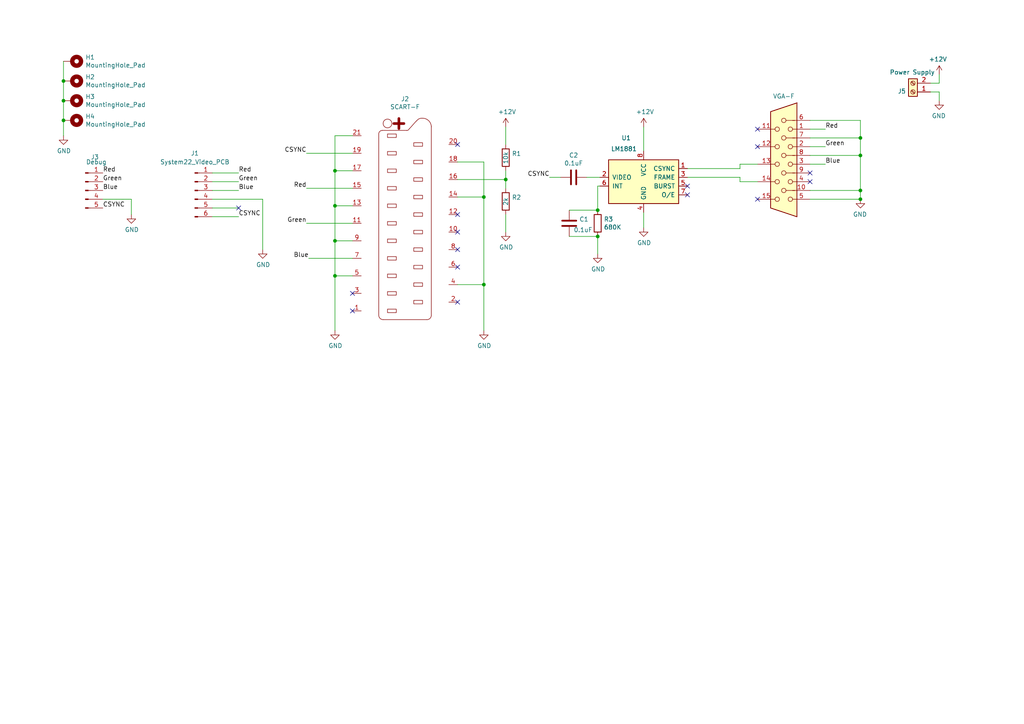
<source format=kicad_sch>
(kicad_sch (version 20230121) (generator eeschema)
  (paper "A4")
  (lib_symbols
    (symbol "Connector:Conn_01x05_Male" (pin_names (offset 1.016) hide)
      (property "Reference" "J" (at 0 7.62 0))
      (property "Value" "Conn_01x05_Male" (at 0 -7.62 0))
      (symbol "Conn_01x05_Male_1_1"
        (polyline (pts (xy 1.27 -5.08) (xy 0.8636 -5.08)) (stroke (width 0.1524)))
        (polyline (pts (xy 1.27 -2.54) (xy 0.8636 -2.54)) (stroke (width 0.1524)))
        (polyline (pts (xy 1.27 0) (xy 0.8636 0)) (stroke (width 0.1524)))
        (polyline (pts (xy 1.27 2.54) (xy 0.8636 2.54)) (stroke (width 0.1524)))
        (polyline (pts (xy 1.27 5.08) (xy 0.8636 5.08)) (stroke (width 0.1524)))
        (rectangle (start 0.8636 -4.953) (end 0 -5.207) (stroke (width 0.1524)) (fill (type outline)))
        (rectangle (start 0.8636 -2.413) (end 0 -2.667) (stroke (width 0.1524)) (fill (type outline)))
        (rectangle (start 0.8636 0.127) (end 0 -0.127) (stroke (width 0.1524)) (fill (type outline)))
        (rectangle (start 0.8636 2.667) (end 0 2.413) (stroke (width 0.1524)) (fill (type outline)))
        (rectangle (start 0.8636 5.207) (end 0 4.953) (stroke (width 0.1524)) (fill (type outline)))
        (pin passive line (at 5.08 5.08 180) (length 3.81) (name "Pin_1") (number "1"))
        (pin passive line (at 5.08 2.54 180) (length 3.81) (name "Pin_2") (number "2"))
        (pin passive line (at 5.08 0 180) (length 3.81) (name "Pin_3") (number "3"))
        (pin passive line (at 5.08 -2.54 180) (length 3.81) (name "Pin_4") (number "4"))
        (pin passive line (at 5.08 -5.08 180) (length 3.81) (name "Pin_5") (number "5"))
      )
    )
    (symbol "Connector:Conn_01x06_Male" (pin_names (offset 1.016) hide)
      (property "Reference" "J" (at 0 7.62 0))
      (property "Value" "Conn_01x06_Male" (at 0 -10.16 0))
      (symbol "Conn_01x06_Male_1_1"
        (polyline (pts (xy 1.27 -7.62) (xy 0.8636 -7.62)) (stroke (width 0.1524)))
        (polyline (pts (xy 1.27 -5.08) (xy 0.8636 -5.08)) (stroke (width 0.1524)))
        (polyline (pts (xy 1.27 -2.54) (xy 0.8636 -2.54)) (stroke (width 0.1524)))
        (polyline (pts (xy 1.27 0) (xy 0.8636 0)) (stroke (width 0.1524)))
        (polyline (pts (xy 1.27 2.54) (xy 0.8636 2.54)) (stroke (width 0.1524)))
        (polyline (pts (xy 1.27 5.08) (xy 0.8636 5.08)) (stroke (width 0.1524)))
        (rectangle (start 0.8636 -7.493) (end 0 -7.747) (stroke (width 0.1524)) (fill (type outline)))
        (rectangle (start 0.8636 -4.953) (end 0 -5.207) (stroke (width 0.1524)) (fill (type outline)))
        (rectangle (start 0.8636 -2.413) (end 0 -2.667) (stroke (width 0.1524)) (fill (type outline)))
        (rectangle (start 0.8636 0.127) (end 0 -0.127) (stroke (width 0.1524)) (fill (type outline)))
        (rectangle (start 0.8636 2.667) (end 0 2.413) (stroke (width 0.1524)) (fill (type outline)))
        (rectangle (start 0.8636 5.207) (end 0 4.953) (stroke (width 0.1524)) (fill (type outline)))
        (pin passive line (at 5.08 5.08 180) (length 3.81) (name "Pin_1") (number "1"))
        (pin passive line (at 5.08 2.54 180) (length 3.81) (name "Pin_2") (number "2"))
        (pin passive line (at 5.08 0 180) (length 3.81) (name "Pin_3") (number "3"))
        (pin passive line (at 5.08 -2.54 180) (length 3.81) (name "Pin_4") (number "4"))
        (pin passive line (at 5.08 -5.08 180) (length 3.81) (name "Pin_5") (number "5"))
        (pin passive line (at 5.08 -7.62 180) (length 3.81) (name "Pin_6") (number "6"))
      )
    )
    (symbol "Connector:DB15_Female_HighDensity" (pin_names (offset 1.016) hide)
      (property "Reference" "J" (at 0 21.59 0))
      (property "Value" "DB15_Female_HighDensity" (at 0 19.05 0))
      (symbol "DB15_Female_HighDensity_0_1"
        (circle (center -1.905 -10.16) (radius 0.635))
        (circle (center -1.905 -5.08) (radius 0.635))
        (circle (center -1.905 0) (radius 0.635))
        (circle (center -1.905 5.08) (radius 0.635))
        (circle (center -1.905 10.16) (radius 0.635))
        (circle (center 0 -7.62) (radius 0.635))
        (circle (center 0 -2.54) (radius 0.635))
        (polyline (pts (xy -3.175 7.62) (xy -0.635 7.62)))
        (polyline (pts (xy -0.635 -7.62) (xy -3.175 -7.62)))
        (polyline (pts (xy -0.635 -2.54) (xy -3.175 -2.54)))
        (polyline (pts (xy -0.635 2.54) (xy -3.175 2.54)))
        (polyline (pts (xy -0.635 12.7) (xy -3.175 12.7)))
        (polyline (pts (xy -3.81 17.78) (xy -3.81 -15.24) (xy 3.81 -12.7) (xy 3.81 15.24) (xy -3.81 17.78)) (stroke (width 0.254)) (fill (type background)))
        (circle (center 0 2.54) (radius 0.635))
        (circle (center 0 7.62) (radius 0.635))
        (circle (center 0 12.7) (radius 0.635))
        (circle (center 1.905 -10.16) (radius 0.635))
        (circle (center 1.905 -5.08) (radius 0.635))
        (circle (center 1.905 0) (radius 0.635))
        (circle (center 1.905 5.08) (radius 0.635))
        (circle (center 1.905 10.16) (radius 0.635))
      )
      (symbol "DB15_Female_HighDensity_1_1"
        (pin passive line (at -7.62 10.16 0) (length 5.08) (name "~") (number "1"))
        (pin passive line (at -7.62 -7.62 0) (length 5.08) (name "~") (number "10"))
        (pin passive line (at 7.62 10.16 180) (length 5.08) (name "~") (number "11"))
        (pin passive line (at 7.62 5.08 180) (length 5.08) (name "~") (number "12"))
        (pin passive line (at 7.62 0 180) (length 5.08) (name "~") (number "13"))
        (pin passive line (at 7.62 -5.08 180) (length 5.08) (name "~") (number "14"))
        (pin passive line (at 7.62 -10.16 180) (length 5.08) (name "~") (number "15"))
        (pin passive line (at -7.62 5.08 0) (length 5.08) (name "~") (number "2"))
        (pin passive line (at -7.62 0 0) (length 5.08) (name "~") (number "3"))
        (pin passive line (at -7.62 -5.08 0) (length 5.08) (name "~") (number "4"))
        (pin passive line (at -7.62 -10.16 0) (length 5.08) (name "~") (number "5"))
        (pin passive line (at -7.62 12.7 0) (length 5.08) (name "~") (number "6"))
        (pin passive line (at -7.62 7.62 0) (length 5.08) (name "~") (number "7"))
        (pin passive line (at -7.62 2.54 0) (length 5.08) (name "~") (number "8"))
        (pin passive line (at -7.62 -2.54 0) (length 5.08) (name "~") (number "9"))
      )
    )
    (symbol "Connector:Screw_Terminal_01x02" (pin_names (offset 1.016) hide)
      (property "Reference" "J" (at 0 2.54 0))
      (property "Value" "Screw_Terminal_01x02" (at 0 -5.08 0))
      (symbol "Screw_Terminal_01x02_1_1"
        (rectangle (start -1.27 1.27) (end 1.27 -3.81) (stroke (width 0.254)) (fill (type background)))
        (circle (center 0 -2.54) (radius 0.635) (stroke (width 0.1524)))
        (polyline (pts (xy -0.5334 -2.2098) (xy 0.3302 -3.048)) (stroke (width 0.1524)))
        (polyline (pts (xy -0.5334 0.3302) (xy 0.3302 -0.508)) (stroke (width 0.1524)))
        (polyline (pts (xy -0.3556 -2.032) (xy 0.508 -2.8702)) (stroke (width 0.1524)))
        (polyline (pts (xy -0.3556 0.508) (xy 0.508 -0.3302)) (stroke (width 0.1524)))
        (circle (center 0 0) (radius 0.635) (stroke (width 0.1524)))
        (pin passive line (at -5.08 0 0) (length 3.81) (name "Pin_1") (number "1"))
        (pin passive line (at -5.08 -2.54 0) (length 3.81) (name "Pin_2") (number "2"))
      )
    )
    (symbol "Device:C" (pin_numbers hide) (pin_names (offset 0.254))
      (property "Reference" "C" (at 0.635 2.54 0))
      (property "Value" "C" (at 0.635 -2.54 0))
      (symbol "C_0_1"
        (polyline (pts (xy -2.032 -0.762) (xy 2.032 -0.762)) (stroke (width 0.508)))
        (polyline (pts (xy -2.032 0.762) (xy 2.032 0.762)) (stroke (width 0.508)))
      )
      (symbol "C_1_1"
        (pin passive line (at 0 3.81 270) (length 2.794) (name "~") (number "1"))
        (pin passive line (at 0 -3.81 90) (length 2.794) (name "~") (number "2"))
      )
    )
    (symbol "Device:R" (pin_numbers hide) (pin_names (offset 0))
      (property "Reference" "R" (at 2.032 0 90))
      (property "Value" "R" (at 0 0 90))
      (symbol "R_0_1"
        (rectangle (start -1.016 -2.54) (end 1.016 2.54) (stroke (width 0.254)))
      )
      (symbol "R_1_1"
        (pin passive line (at 0 3.81 270) (length 1.27) (name "~") (number "1"))
        (pin passive line (at 0 -3.81 90) (length 1.27) (name "~") (number "2"))
      )
    )
    (symbol "Mechanical:MountingHole_Pad" (pin_numbers hide) (pin_names (offset 1.016) hide)
      (property "Reference" "H" (at 0 6.35 0))
      (property "Value" "MountingHole_Pad" (at 0 4.445 0))
      (symbol "MountingHole_Pad_0_1"
        (circle (center 0 1.27) (radius 1.27) (stroke (width 1.27)))
      )
      (symbol "MountingHole_Pad_1_1"
        (pin input line (at 0 -2.54 90) (length 2.54) (name "1") (number "1"))
      )
    )
    (symbol "Video:LM1881" (pin_names (offset 1.016))
      (property "Reference" "U" (at -8.89 8.89 0))
      (property "Value" "LM1881" (at 6.35 8.89 0))
      (symbol "LM1881_0_1"
        (rectangle (start -10.16 7.62) (end 10.16 -5.08) (stroke (width 0.254)) (fill (type background)))
      )
      (symbol "LM1881_1_1"
        (pin output line (at 12.7 5.08 180) (length 2.54) (name "CSYNC") (number "1"))
        (pin input line (at -12.7 2.54 0) (length 2.54) (name "VIDEO") (number "2"))
        (pin output line (at 12.7 2.54 180) (length 2.54) (name "FRAME") (number "3"))
        (pin power_in line (at 0 -7.62 90) (length 2.54) (name "GND") (number "4"))
        (pin output line (at 12.7 0 180) (length 2.54) (name "BURST") (number "5"))
        (pin input line (at -12.7 0 0) (length 2.54) (name "INT") (number "6"))
        (pin output line (at 12.7 -2.54 180) (length 2.54) (name "O/E") (number "7"))
        (pin power_in line (at 0 10.16 270) (length 2.54) (name "VCC") (number "8"))
      )
    )
    (symbol "power:+12V" (power) (pin_names (offset 0))
      (property "Value" "+12V" (at 0 3.556 0))
      (symbol "+12V_0_1"
        (polyline (pts (xy -0.762 1.27) (xy 0 2.54)))
        (polyline (pts (xy 0 0) (xy 0 2.54)))
        (polyline (pts (xy 0 2.54) (xy 0.762 1.27)))
      )
      (symbol "+12V_1_1"
        (pin power_in line (at 0 0 90) (length 0) hide (name "+12V") (number "1"))
      )
    )
    (symbol "power:GND" (power) (pin_names (offset 0))
      (property "Value" "GND" (at 0 -3.81 0))
      (symbol "GND_0_1"
        (polyline (pts (xy 0 0) (xy 0 -1.27) (xy 1.27 -1.27) (xy 0 -2.54) (xy -1.27 -1.27) (xy 0 -1.27)))
      )
      (symbol "GND_1_1"
        (pin power_in line (at 0 0 270) (length 0) hide (name "GND") (number "1"))
      )
    )
    (symbol "rave_racer:SCART-F" (pin_names (offset 0.762) hide)
      (property "Reference" "J" (at 0 31.75 0))
      (property "Value" "SCART-F" (at 1.016 -29.21 0))
      (symbol "SCART-F_0_1"
        (arc (start -7.62 -26.67) (mid -7.248 -27.568) (end -6.35 -27.94))
        (arc (start -6.604 26.9494) (mid -7.3224 26.6518) (end -7.62 25.9334))
        (rectangle (start -5.08 -24.892) (end -2.54 -25.908))
        (rectangle (start -5.08 -19.812) (end -2.54 -20.828))
        (rectangle (start -5.08 -14.732) (end -2.54 -15.748))
        (rectangle (start -5.08 -9.652) (end -2.54 -10.668))
        (rectangle (start -5.08 -4.572) (end -2.54 -5.588))
        (rectangle (start -5.08 0.508) (end -2.54 -0.508))
        (rectangle (start -5.08 5.588) (end -2.54 4.572))
        (rectangle (start -5.08 10.668) (end -2.54 9.652))
        (rectangle (start -5.08 15.748) (end -2.54 14.732))
        (rectangle (start -5.08 20.828) (end -2.54 19.812))
        (rectangle (start -5.08 25.908) (end -2.54 24.892))
        (circle (center -5.08 28.956) (radius 1.27))
        (polyline (pts (xy -7.62 22.86) (xy -7.62 -26.67)))
        (polyline (pts (xy -7.62 22.86) (xy -7.62 24.13)))
        (polyline (pts (xy -7.62 24.6634) (xy -7.62 24.13)))
        (polyline (pts (xy -7.62 24.6634) (xy -7.62 25.9334)))
        (polyline (pts (xy -6.604 26.9494) (xy 0.508 26.9494)))
        (polyline (pts (xy -6.35 -27.94) (xy 6.35 -27.94)))
        (polyline (pts (xy 3.302 29.718) (xy 1.27 27.432)))
        (polyline (pts (xy 4.826 30.48) (xy 5.08 30.48)))
        (polyline (pts (xy 7.62 -26.67) (xy 7.62 28.2194)))
        (arc (start 0.508 26.924) (mid 0.9569 27.0702) (end 1.2192 27.4574))
        (rectangle (start 2.54 -22.352) (end 5.08 -23.368))
        (rectangle (start 2.54 -17.272) (end 5.08 -18.288))
        (rectangle (start 2.54 -12.192) (end 5.08 -13.208))
        (rectangle (start 2.54 -7.112) (end 5.08 -8.128))
        (rectangle (start 2.54 -2.032) (end 5.08 -3.048))
        (rectangle (start 2.54 3.048) (end 5.08 2.032))
        (rectangle (start 2.54 8.128) (end 5.08 7.112))
        (rectangle (start 2.54 13.208) (end 5.08 12.192))
        (rectangle (start 2.54 18.288) (end 5.08 17.272))
        (rectangle (start 2.54 23.368) (end 5.08 22.352))
        (arc (start 4.826 30.48) (mid 3.999 30.2726) (end 3.3782 29.6926))
        (arc (start 6.35 -27.94) (mid 7.248 -27.568) (end 7.62 -26.67))
        (arc (start 7.62 27.94) (mid 6.8761 29.7361) (end 5.08 30.48))
        (text "+" (at -1.778 29.21 0) (effects (font (size 3.81 3.81) bold)))
      )
      (symbol "SCART-F_1_1"
        (pin passive line (at -15.24 -25.4 0) (length 2.54) (name "P1") (number "1"))
        (pin passive line (at 15.24 -2.54 180) (length 2.54) (name "P10") (number "10"))
        (pin input line (at -15.24 0 0) (length 2.54) (name "Green") (number "11"))
        (pin passive line (at 15.24 2.54 180) (length 2.54) (name "P12") (number "12"))
        (pin power_in line (at -15.24 5.08 0) (length 2.54) (name "Red_Video_Ground") (number "13"))
        (pin power_in line (at 15.24 7.62 180) (length 2.54) (name "Data_Ground") (number "14"))
        (pin input line (at -15.24 10.16 0) (length 2.54) (name "Red") (number "15"))
        (pin input line (at 15.24 12.7 180) (length 2.54) (name "RGB_Switch") (number "16"))
        (pin power_in line (at -15.24 15.24 0) (length 2.54) (name "CSYNC_Ground") (number "17"))
        (pin power_in line (at 15.24 17.78 180) (length 2.54) (name "RGB_Switch_Ground") (number "18"))
        (pin passive line (at -15.24 20.32 0) (length 2.54) (name "P19") (number "19"))
        (pin passive line (at 15.24 -22.86 180) (length 2.54) (name "P2") (number "2"))
        (pin passive line (at 15.24 22.86 180) (length 2.54) (name "P20") (number "20"))
        (pin passive line (at -15.24 25.4 0) (length 2.54) (name "P21") (number "21"))
        (pin passive line (at -15.24 -20.32 0) (length 2.54) (name "P3") (number "3"))
        (pin power_in line (at 15.24 -17.78 180) (length 2.54) (name "Audio_Ground") (number "4"))
        (pin power_in line (at -15.24 -15.24 0) (length 2.54) (name "Blue_Video_Ground") (number "5"))
        (pin passive line (at 15.24 -12.7 180) (length 2.54) (name "P6") (number "6"))
        (pin input line (at -15.24 -10.16 0) (length 2.54) (name "Blue") (number "7"))
        (pin passive line (at 15.24 -7.62 180) (length 2.54) (name "P8") (number "8"))
        (pin power_in line (at -15.24 -5.08 0) (length 2.54) (name "Green_Video_Ground") (number "9"))
      )
    )
  )
  (junction (at 97.155 49.53))
  (junction (at 249.555 45.085))
  (junction (at 249.555 40.005))
  (junction (at 140.335 57.15))
  (junction (at 173.355 60.96))
  (junction (at 18.415 23.495))
  (junction (at 140.335 82.55))
  (junction (at 97.155 59.69))
  (junction (at 18.415 29.21))
  (junction (at 18.415 34.925))
  (junction (at 97.155 80.01))
  (junction (at 146.685 52.07))
  (junction (at 249.555 55.245))
  (junction (at 173.355 68.58))
  (junction (at 249.555 57.785))
  (junction (at 97.155 69.85))
  (no_connect (at 219.71 42.545))
  (no_connect (at 69.215 60.325))
  (no_connect (at 132.715 72.39))
  (no_connect (at 132.715 77.47))
  (no_connect (at 219.71 37.465))
  (no_connect (at 234.95 50.165))
  (no_connect (at 132.715 62.23))
  (no_connect (at 199.39 53.975))
  (no_connect (at 102.235 85.09))
  (no_connect (at 219.71 57.785))
  (no_connect (at 132.715 67.31))
  (no_connect (at 102.235 90.17))
  (no_connect (at 234.95 52.705))
  (no_connect (at 132.715 41.91))
  (no_connect (at 199.39 56.515))
  (no_connect (at 132.715 87.63))
  (wire (pts (xy 102.235 80.01) (xy 97.155 80.01)))
  (wire (pts (xy 102.235 74.93) (xy 89.535 74.93)))
  (wire (pts (xy 61.595 50.165) (xy 69.215 50.165)))
  (wire (pts (xy 132.715 57.15) (xy 140.335 57.15)))
  (wire (pts (xy 146.685 36.83) (xy 146.685 41.91)))
  (wire (pts (xy 140.335 82.55) (xy 140.335 95.885)))
  (wire (pts (xy 18.415 23.495) (xy 18.415 29.21)))
  (wire (pts (xy 76.2 57.785) (xy 76.2 72.39)))
  (wire (pts (xy 132.715 82.55) (xy 140.335 82.55)))
  (wire (pts (xy 18.415 29.21) (xy 18.415 34.925)))
  (wire (pts (xy 18.415 17.78) (xy 18.415 23.495)))
  (wire (pts (xy 239.395 42.545) (xy 234.95 42.545)))
  (wire (pts (xy 173.355 68.58) (xy 173.355 73.66)))
  (wire (pts (xy 173.355 53.975) (xy 173.99 53.975)))
  (wire (pts (xy 97.155 59.69) (xy 97.155 69.85)))
  (wire (pts (xy 140.335 46.99) (xy 140.335 57.15)))
  (wire (pts (xy 132.715 46.99) (xy 140.335 46.99)))
  (wire (pts (xy 234.95 34.925) (xy 249.555 34.925)))
  (wire (pts (xy 146.685 52.07) (xy 146.685 54.61)))
  (wire (pts (xy 219.71 52.705) (xy 214.63 52.705)))
  (wire (pts (xy 249.555 57.785) (xy 234.95 57.785)))
  (wire (pts (xy 272.415 24.13) (xy 269.875 24.13)))
  (wire (pts (xy 239.395 47.625) (xy 234.95 47.625)))
  (wire (pts (xy 102.235 39.37) (xy 97.155 39.37)))
  (wire (pts (xy 199.39 51.435) (xy 214.63 51.435)))
  (wire (pts (xy 249.555 34.925) (xy 249.555 40.005)))
  (wire (pts (xy 272.415 26.67) (xy 269.875 26.67)))
  (wire (pts (xy 272.415 21.59) (xy 272.415 24.13)))
  (wire (pts (xy 132.715 52.07) (xy 146.685 52.07)))
  (wire (pts (xy 18.415 34.925) (xy 18.415 39.37)))
  (wire (pts (xy 97.155 69.85) (xy 97.155 80.01)))
  (wire (pts (xy 239.395 37.465) (xy 234.95 37.465)))
  (wire (pts (xy 214.63 52.705) (xy 214.63 51.435)))
  (wire (pts (xy 61.595 62.865) (xy 69.215 62.865)))
  (wire (pts (xy 61.595 52.705) (xy 69.215 52.705)))
  (wire (pts (xy 234.95 45.085) (xy 249.555 45.085)))
  (wire (pts (xy 186.69 43.815) (xy 186.69 36.83)))
  (wire (pts (xy 170.18 51.435) (xy 173.99 51.435)))
  (wire (pts (xy 102.235 49.53) (xy 97.155 49.53)))
  (wire (pts (xy 97.155 49.53) (xy 97.155 59.69)))
  (wire (pts (xy 102.235 69.85) (xy 97.155 69.85)))
  (wire (pts (xy 61.595 57.785) (xy 76.2 57.785)))
  (wire (pts (xy 38.1 62.23) (xy 38.1 57.785)))
  (wire (pts (xy 249.555 40.005) (xy 249.555 45.085)))
  (wire (pts (xy 97.155 80.01) (xy 97.155 95.885)))
  (wire (pts (xy 29.845 57.785) (xy 38.1 57.785)))
  (wire (pts (xy 186.69 61.595) (xy 186.69 66.04)))
  (wire (pts (xy 234.95 40.005) (xy 249.555 40.005)))
  (wire (pts (xy 102.235 44.45) (xy 88.9 44.45)))
  (wire (pts (xy 97.155 39.37) (xy 97.155 49.53)))
  (wire (pts (xy 272.415 29.21) (xy 272.415 26.67)))
  (wire (pts (xy 249.555 55.245) (xy 249.555 57.785)))
  (wire (pts (xy 159.385 51.435) (xy 162.56 51.435)))
  (wire (pts (xy 234.95 55.245) (xy 249.555 55.245)))
  (wire (pts (xy 165.1 68.58) (xy 173.355 68.58)))
  (wire (pts (xy 61.595 60.325) (xy 69.215 60.325)))
  (wire (pts (xy 140.335 57.15) (xy 140.335 82.55)))
  (wire (pts (xy 199.39 48.895) (xy 214.63 48.895)))
  (wire (pts (xy 146.685 49.53) (xy 146.685 52.07)))
  (wire (pts (xy 102.235 54.61) (xy 88.9 54.61)))
  (wire (pts (xy 249.555 45.085) (xy 249.555 55.245)))
  (wire (pts (xy 146.685 62.23) (xy 146.685 67.31)))
  (wire (pts (xy 102.235 59.69) (xy 97.155 59.69)))
  (wire (pts (xy 173.355 60.96) (xy 173.355 53.975)))
  (wire (pts (xy 61.595 55.245) (xy 69.215 55.245)))
  (wire (pts (xy 165.1 60.96) (xy 173.355 60.96)))
  (wire (pts (xy 102.235 64.77) (xy 88.9 64.77)))
  (wire (pts (xy 214.63 47.625) (xy 214.63 48.895)))
  (wire (pts (xy 214.63 47.625) (xy 219.71 47.625)))
  (label "Green" (at 69.215 52.705 0))
  (label "Blue" (at 29.845 55.245 0))
  (label "CSYNC" (at 88.9 44.45 180))
  (label "CSYNC" (at 29.845 60.325 0))
  (label "Green" (at 88.9 64.77 180))
  (label "Red" (at 88.9 54.61 180))
  (label "Red" (at 29.845 50.165 0))
  (label "Green" (at 29.845 52.705 0))
  (label "Blue" (at 69.215 55.245 0))
  (label "CSYNC" (at 159.385 51.435 180))
  (label "Blue" (at 89.535 74.93 180))
  (label "Blue" (at 239.395 47.625 0))
  (label "Red" (at 69.215 50.165 0))
  (label "CSYNC" (at 69.215 62.865 0))
  (label "Red" (at 239.395 37.465 0))
  (label "Green" (at 239.395 42.545 0))
  (symbol (lib_id "Connector:Conn_01x06_Male") (at 56.515 55.245 0) (unit 1)
    (property "Reference" "J1" (at 56.515 44.45 0))
    (property "Value" "System22_Video_PCB" (at 56.515 46.99 0))
    (property "Footprint" "w_conn_modu:AMP-MODU-6" (effects hide))
  )
  (symbol (lib_id "power:GND") (at 97.155 95.885 0) (unit 1)
    (property "Reference" "#PWR02" (effects hide))
    (property "Value" "GND" (at 97.282 100.2792 0))
  )
  (symbol (lib_id "power:GND") (at 76.2 72.39 0) (unit 1)
    (property "Reference" "#PWR01" (effects hide))
    (property "Value" "GND" (at 76.327 76.7842 0))
  )
  (symbol (lib_id "power:+12V") (at 146.685 36.83 0) (unit 1)
    (property "Reference" "#PWR03" (effects hide))
    (property "Value" "+12V" (at 147.066 32.4358 0))
  )
  (symbol (lib_id "Device:R") (at 146.685 58.42 0) (unit 1)
    (property "Reference" "R2" (at 148.463 57.2516 0) (effects (justify left)))
    (property "Value" "2k" (at 146.685 59.69 90) (effects (justify left)))
    (property "Footprint" "Resistor_THT:R_Axial_DIN0207_L6.3mm_D2.5mm_P7.62mm_Horizontal" (effects hide))
  )
  (symbol (lib_id "Device:R") (at 146.685 45.72 0) (unit 1)
    (property "Reference" "R1" (at 148.463 44.5516 0) (effects (justify left)))
    (property "Value" "10k" (at 146.685 47.625 90) (effects (justify left)))
    (property "Footprint" "Resistor_THT:R_Axial_DIN0207_L6.3mm_D2.5mm_P7.62mm_Horizontal" (effects hide))
  )
  (symbol (lib_id "power:GND") (at 146.685 67.31 0) (unit 1)
    (property "Reference" "#PWR04" (effects hide))
    (property "Value" "GND" (at 146.812 71.7042 0))
  )
  (symbol (lib_id "Connector:Conn_01x05_Male") (at 24.765 55.245 0) (unit 1)
    (property "Reference" "J3" (at 27.5082 45.5676 0))
    (property "Value" "Debug" (at 27.94 46.99 0))
    (property "Footprint" "Connector_PinHeader_2.54mm:PinHeader_1x05_P2.54mm_Vertical" (effects hide))
  )
  (symbol (lib_id "power:GND") (at 38.1 62.23 0) (unit 1)
    (property "Reference" "#PWR0101" (effects hide))
    (property "Value" "GND" (at 38.227 66.6242 0))
  )
  (symbol (lib_id "Video:LM1881") (at 186.69 53.975 0) (unit 1)
    (property "Reference" "U1" (at 181.61 40.005 0))
    (property "Value" "LM1881" (at 180.975 43.18 0))
    (property "Footprint" "Package_DIP:DIP-8_W7.62mm" (effects hide))
  )
  (symbol (lib_id "power:GND") (at 186.69 66.04 0) (unit 1)
    (property "Reference" "#PWR0102" (effects hide))
    (property "Value" "GND" (at 186.817 70.4342 0))
  )
  (symbol (lib_id "power:+12V") (at 186.69 36.83 0) (unit 1)
    (property "Reference" "#PWR0103" (effects hide))
    (property "Value" "+12V" (at 187.071 32.4358 0))
  )
  (symbol (lib_id "Connector:DB15_Female_HighDensity") (at 227.33 47.625 0) (mirror y) (unit 1)
    (property "Reference" "J4" (effects hide))
    (property "Value" "VGA-F" (at 227.33 27.9146 0))
    (property "Footprint" "Connector_Dsub:DSUB-15-HD_Female_Horizontal_P2.29x1.98mm_EdgePinOffset8.35mm_Housed_MountingHolesOffset10.89mm" (effects hide))
    (property "Datasheet" " ~" (effects hide))
  )
  (symbol (lib_id "Device:C") (at 166.37 51.435 270) (unit 1)
    (property "Reference" "C2" (at 166.37 45.0342 90))
    (property "Value" "0.1uF" (at 166.37 47.3456 90))
    (property "Footprint" "Capacitor_THT:C_Disc_D3.0mm_W1.6mm_P2.50mm" (effects hide))
  )
  (symbol (lib_id "Device:R") (at 173.355 64.77 180) (unit 1)
    (property "Reference" "R3" (at 175.133 63.6016 0) (effects (justify right)))
    (property "Value" "680K" (at 175.133 65.913 0) (effects (justify right)))
    (property "Footprint" "Resistor_THT:R_Axial_DIN0204_L3.6mm_D1.6mm_P5.08mm_Horizontal" (effects hide))
  )
  (symbol (lib_id "Device:C") (at 165.1 64.77 0) (unit 1)
    (property "Reference" "C1" (at 168.021 63.6016 0) (effects (justify left)))
    (property "Value" "0.1uF" (at 166.37 66.675 0) (effects (justify left)))
    (property "Footprint" "Capacitor_THT:C_Disc_D3.0mm_W1.6mm_P2.50mm" (effects hide))
  )
  (symbol (lib_id "power:GND") (at 173.355 73.66 0) (unit 1)
    (property "Reference" "#PWR0104" (effects hide))
    (property "Value" "GND" (at 173.482 78.0542 0))
  )
  (symbol (lib_id "power:GND") (at 249.555 57.785 0) (mirror y) (unit 1)
    (property "Reference" "#PWR0105" (effects hide))
    (property "Value" "GND" (at 249.428 62.1792 0))
  )
  (symbol (lib_id "Mechanical:MountingHole_Pad") (at 20.955 17.78 270) (unit 1)
    (property "Reference" "H1" (at 24.765 16.6116 90) (effects (justify left)))
    (property "Value" "MountingHole_Pad" (at 24.765 18.923 90) (effects (justify left)))
    (property "Footprint" "MountingHole:MountingHole_3.5mm_Pad" (effects hide))
  )
  (symbol (lib_id "Mechanical:MountingHole_Pad") (at 20.955 23.495 270) (unit 1)
    (property "Reference" "H2" (at 24.765 22.3266 90) (effects (justify left)))
    (property "Value" "MountingHole_Pad" (at 24.765 24.638 90) (effects (justify left)))
    (property "Footprint" "MountingHole:MountingHole_3.5mm_Pad" (effects hide))
  )
  (symbol (lib_id "Mechanical:MountingHole_Pad") (at 20.955 29.21 270) (unit 1)
    (property "Reference" "H3" (at 24.765 28.0416 90) (effects (justify left)))
    (property "Value" "MountingHole_Pad" (at 24.765 30.353 90) (effects (justify left)))
    (property "Footprint" "MountingHole:MountingHole_3.5mm_Pad" (effects hide))
  )
  (symbol (lib_id "Mechanical:MountingHole_Pad") (at 20.955 34.925 270) (unit 1)
    (property "Reference" "H4" (at 24.765 33.7566 90) (effects (justify left)))
    (property "Value" "MountingHole_Pad" (at 24.765 36.068 90) (effects (justify left)))
    (property "Footprint" "MountingHole:MountingHole_3.5mm_Pad" (effects hide))
  )
  (symbol (lib_id "power:GND") (at 18.415 39.37 0) (unit 1)
    (property "Reference" "#PWR0106" (effects hide))
    (property "Value" "GND" (at 18.542 43.7642 0))
  )
  (symbol (lib_id "rave_racer:SCART-F") (at 117.475 64.77 0) (unit 1)
    (property "Reference" "J2" (at 117.475 28.702 0))
    (property "Value" "SCART-F" (at 117.475 31.0134 0))
    (property "Footprint" "w_conn_av:SCART" (effects hide))
    (property "Datasheet" " ~" (effects hide))
  )
  (symbol (lib_id "power:GND") (at 140.335 95.885 0) (unit 1)
    (property "Reference" "#PWR0109" (effects hide))
    (property "Value" "GND" (at 140.462 100.2792 0))
  )
  (symbol (lib_id "Connector:Screw_Terminal_01x02") (at 264.795 26.67 180) (unit 1)
    (property "Reference" "J5" (at 262.763 26.4668 0) (effects (justify left)))
    (property "Value" "Power Supply" (at 271.145 20.955 0) (effects (justify left)))
    (property "Footprint" "TerminalBlock_Phoenix:TerminalBlock_Phoenix_MKDS-1,5-2-5.08_1x02_P5.08mm_Horizontal" (effects hide))
  )
  (symbol (lib_id "power:+12V") (at 272.415 21.59 0) (mirror y) (unit 1)
    (property "Reference" "#PWR0107" (effects hide))
    (property "Value" "+12V" (at 272.034 17.1958 0))
  )
  (symbol (lib_id "power:GND") (at 272.415 29.21 0) (mirror y) (unit 1)
    (property "Reference" "#PWR0108" (effects hide))
    (property "Value" "GND" (at 272.288 33.6042 0))
  )
)
</source>
